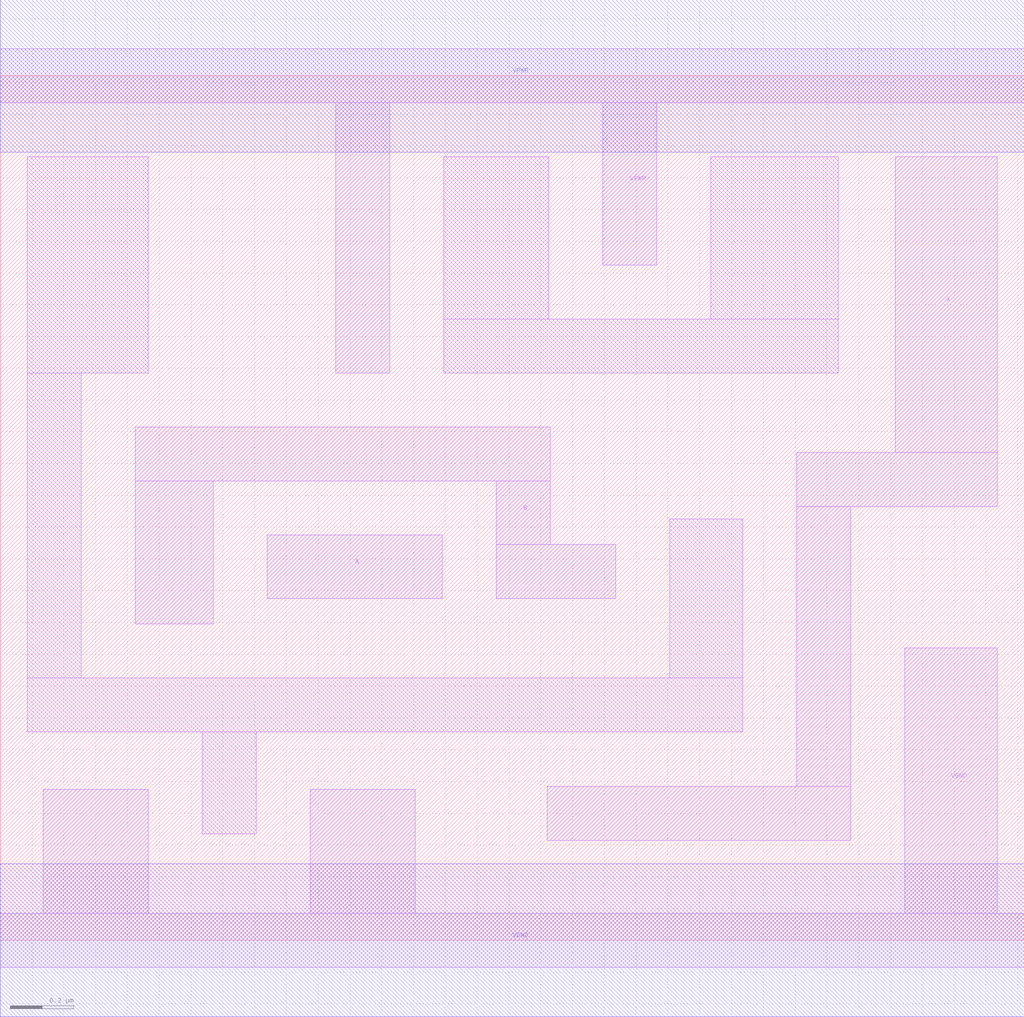
<source format=lef>
# Copyright 2020 The SkyWater PDK Authors
#
# Licensed under the Apache License, Version 2.0 (the "License");
# you may not use this file except in compliance with the License.
# You may obtain a copy of the License at
#
#     https://www.apache.org/licenses/LICENSE-2.0
#
# Unless required by applicable law or agreed to in writing, software
# distributed under the License is distributed on an "AS IS" BASIS,
# WITHOUT WARRANTIES OR CONDITIONS OF ANY KIND, either express or implied.
# See the License for the specific language governing permissions and
# limitations under the License.
#
# SPDX-License-Identifier: Apache-2.0

VERSION 5.5 ;
NAMESCASESENSITIVE ON ;
BUSBITCHARS "[]" ;
DIVIDERCHAR "/" ;
MACRO sky130_fd_sc_hd__xor2_1
  CLASS CORE ;
  SOURCE USER ;
  ORIGIN  0.000000  0.000000 ;
  SIZE  3.220000 BY  2.720000 ;
  SYMMETRY X Y R90 ;
  SITE unithd ;
  PIN A
    ANTENNAGATEAREA  0.495000 ;
    DIRECTION INPUT ;
    USE SIGNAL ;
    PORT
      LAYER li1 ;
        RECT 0.840000 1.075000 1.390000 1.275000 ;
    END
  END A
  PIN B
    ANTENNAGATEAREA  0.495000 ;
    DIRECTION INPUT ;
    USE SIGNAL ;
    PORT
      LAYER li1 ;
        RECT 0.425000 0.995000 0.670000 1.445000 ;
        RECT 0.425000 1.445000 1.730000 1.615000 ;
        RECT 1.560000 1.075000 1.935000 1.245000 ;
        RECT 1.560000 1.245000 1.730000 1.445000 ;
    END
  END B
  PIN X
    ANTENNADIFFAREA  0.800500 ;
    DIRECTION OUTPUT ;
    USE SIGNAL ;
    PORT
      LAYER li1 ;
        RECT 1.720000 0.315000 2.675000 0.485000 ;
        RECT 2.505000 0.485000 2.675000 1.365000 ;
        RECT 2.505000 1.365000 3.135000 1.535000 ;
        RECT 2.815000 1.535000 3.135000 2.465000 ;
    END
  END X
  PIN VGND
    DIRECTION INOUT ;
    SHAPE ABUTMENT ;
    USE GROUND ;
    PORT
      LAYER li1 ;
        RECT 0.000000 -0.085000 3.220000 0.085000 ;
        RECT 0.135000  0.085000 0.465000 0.475000 ;
        RECT 0.975000  0.085000 1.305000 0.475000 ;
        RECT 2.845000  0.085000 3.135000 0.920000 ;
    END
    PORT
      LAYER met1 ;
        RECT 0.000000 -0.240000 3.220000 0.240000 ;
    END
  END VGND
  PIN VNB
    DIRECTION INOUT ;
    USE GROUND ;
    PORT
    END
  END VNB
  PIN VPB
    DIRECTION INOUT ;
    USE POWER ;
    PORT
    END
  END VPB
  PIN VPWR
    DIRECTION INOUT ;
    SHAPE ABUTMENT ;
    USE POWER ;
    PORT
      LAYER li1 ;
        RECT 0.000000 2.635000 3.220000 2.805000 ;
        RECT 1.055000 1.785000 1.225000 2.635000 ;
        RECT 1.895000 2.125000 2.065000 2.635000 ;
    END
    PORT
      LAYER met1 ;
        RECT 0.000000 2.480000 3.220000 2.960000 ;
    END
  END VPWR
  OBS
    LAYER li1 ;
      RECT 0.085000 0.655000 2.335000 0.825000 ;
      RECT 0.085000 0.825000 0.255000 1.785000 ;
      RECT 0.085000 1.785000 0.465000 2.465000 ;
      RECT 0.635000 0.335000 0.805000 0.655000 ;
      RECT 1.395000 1.785000 2.635000 1.955000 ;
      RECT 1.395000 1.955000 1.725000 2.465000 ;
      RECT 2.105000 0.825000 2.335000 1.325000 ;
      RECT 2.235000 1.955000 2.635000 2.465000 ;
  END
END sky130_fd_sc_hd__xor2_1
END LIBRARY

</source>
